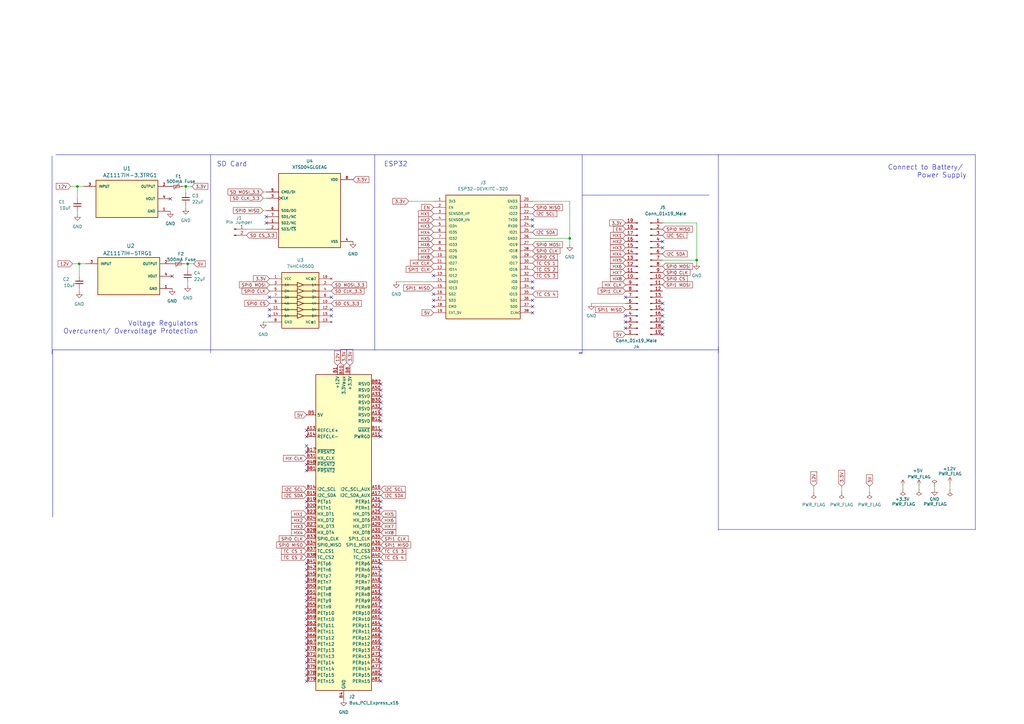
<source format=kicad_sch>
(kicad_sch (version 20230121) (generator eeschema)
  (paper "A3")
  (lib_symbols
    (symbol "AZ1117IH-3.3TRG1:AZ1117IH-3.3TRG1" (pin_names (offset 1.016))
      (property "Reference" "U" (at -12.7 8.128 0))
      (property "Value" "AZ1117IH-3.3TRG1" (at -12.7 -10.16 0))
      (symbol "AZ1117IH-3.3TRG1_0_0"
        (pin power_in line (at 17.78 -5.08 180) (length 5.08) (name "GND") (number "1"))
        (pin output line (at 17.78 5.08 180) (length 5.08) (name "OUTPUT") (number "2"))
        (pin input line (at -17.78 5.08 0) (length 5.08) (name "INPUT") (number "3"))
        (pin output line (at 17.78 0 180) (length 5.08) (name "VOUT") (number "4"))
      )
    )
    (symbol "Buf_74HC4050D:74HC4050D" (pin_names (offset 1.016))
      (property "Reference" "U" (at -7.38 11.9607 0))
      (property "Value" "74HC4050D" (at -7.6329 -13.7392 0))
      (symbol "74HC4050D_0_0"
        (pin power_in line (at -12.7 8.89 0) (length 5.08) (name "VCC") (number "1"))
        (pin output line (at 12.7 -1.27 180) (length 5.08) (name "4Y") (number "10"))
        (pin input line (at -12.7 -3.81 0) (length 5.08) (name "5A") (number "11"))
        (pin output line (at 12.7 -3.81 180) (length 5.08) (name "5Y") (number "12"))
        (pin no_connect line (at 12.7 -8.89 180) (length 5.08) (name "NC@1") (number "13"))
        (pin input line (at -12.7 -6.35 0) (length 5.08) (name "6A") (number "14"))
        (pin output line (at 12.7 -6.35 180) (length 5.08) (name "6Y") (number "15"))
        (pin no_connect line (at 12.7 8.89 180) (length 5.08) (name "NC@2") (number "16"))
        (pin output line (at 12.7 6.35 180) (length 5.08) (name "1Y") (number "2"))
        (pin input line (at -12.7 6.35 0) (length 5.08) (name "1A") (number "3"))
        (pin output line (at 12.7 3.81 180) (length 5.08) (name "2Y") (number "4"))
        (pin input line (at -12.7 3.81 0) (length 5.08) (name "2A") (number "5"))
        (pin output line (at 12.7 1.27 180) (length 5.08) (name "3Y") (number "6"))
        (pin input line (at -12.7 1.27 0) (length 5.08) (name "3A") (number "7"))
        (pin power_in line (at -12.7 -8.89 0) (length 5.08) (name "GND") (number "8"))
        (pin input line (at -12.7 -1.27 0) (length 5.08) (name "4A") (number "9"))
      )
    )
    (symbol "Connector:Conn_01x02_Male" (pin_names (offset 1.016) hide)
      (property "Reference" "J" (at 0 2.54 0))
      (property "Value" "Conn_01x02_Male" (at 0 -5.08 0))
      (symbol "Conn_01x02_Male_1_1"
        (pin passive line (at 5.08 0 180) (length 3.81) (name "Pin_1") (number "1"))
        (pin passive line (at 5.08 -2.54 180) (length 3.81) (name "Pin_2") (number "2"))
      )
    )
    (symbol "Connector:Conn_01x19_Male" (pin_names (offset 1.016) hide)
      (property "Reference" "J" (at 0 25.4 0))
      (property "Value" "Conn_01x19_Male" (at 0 -25.4 0))
      (symbol "Conn_01x19_Male_1_1"
        (pin passive line (at 5.08 22.86 180) (length 3.81) (name "Pin_1") (number "1"))
        (pin passive line (at 5.08 0 180) (length 3.81) (name "Pin_10") (number "10"))
        (pin passive line (at 5.08 -2.54 180) (length 3.81) (name "Pin_11") (number "11"))
        (pin passive line (at 5.08 -5.08 180) (length 3.81) (name "Pin_12") (number "12"))
        (pin passive line (at 5.08 -7.62 180) (length 3.81) (name "Pin_13") (number "13"))
        (pin passive line (at 5.08 -10.16 180) (length 3.81) (name "Pin_14") (number "14"))
        (pin passive line (at 5.08 -12.7 180) (length 3.81) (name "Pin_15") (number "15"))
        (pin passive line (at 5.08 -15.24 180) (length 3.81) (name "Pin_16") (number "16"))
        (pin passive line (at 5.08 -17.78 180) (length 3.81) (name "Pin_17") (number "17"))
        (pin passive line (at 5.08 -20.32 180) (length 3.81) (name "Pin_18") (number "18"))
        (pin passive line (at 5.08 -22.86 180) (length 3.81) (name "Pin_19") (number "19"))
        (pin passive line (at 5.08 20.32 180) (length 3.81) (name "Pin_2") (number "2"))
        (pin passive line (at 5.08 17.78 180) (length 3.81) (name "Pin_3") (number "3"))
        (pin passive line (at 5.08 15.24 180) (length 3.81) (name "Pin_4") (number "4"))
        (pin passive line (at 5.08 12.7 180) (length 3.81) (name "Pin_5") (number "5"))
        (pin passive line (at 5.08 10.16 180) (length 3.81) (name "Pin_6") (number "6"))
        (pin passive line (at 5.08 7.62 180) (length 3.81) (name "Pin_7") (number "7"))
        (pin passive line (at 5.08 5.08 180) (length 3.81) (name "Pin_8") (number "8"))
        (pin passive line (at 5.08 2.54 180) (length 3.81) (name "Pin_9") (number "9"))
      )
    )
    (symbol "Device:C_Small" (pin_numbers hide) (pin_names (offset 0.254) hide)
      (property "Reference" "C" (at 0.254 1.778 0))
      (property "Value" "C_Small" (at 0.254 -2.032 0))
      (symbol "C_Small_1_1"
        (pin passive line (at 0 2.54 270) (length 2.032) (name "~") (number "1"))
        (pin passive line (at 0 -2.54 90) (length 2.032) (name "~") (number "2"))
      )
    )
    (symbol "Device:Polyfuse_Small" (pin_numbers hide) (pin_names (offset 0))
      (property "Reference" "F" (at -1.905 0 90))
      (property "Value" "Polyfuse_Small" (at 1.905 0 90))
      (symbol "Polyfuse_Small_1_1"
        (pin passive line (at 0 2.54 270) (length 0.635) (name "~") (number "1"))
        (pin passive line (at 0 -2.54 90) (length 0.635) (name "~") (number "2"))
      )
    )
    (symbol "ESP32:ESP32-DEVKITC-32D" (pin_names (offset 1.016))
      (property "Reference" "U" (at -15.2654 26.0604 0))
      (property "Value" "ESP32-DEVKITC-32D" (at -15.2654 -27.9654 0))
      (symbol "ESP32-DEVKITC-32D_0_0"
        (pin power_in line (at -20.32 22.86 0) (length 5.08) (name "3V3") (number "1"))
        (pin bidirectional line (at -20.32 0 0) (length 5.08) (name "IO26") (number "10"))
        (pin bidirectional line (at -20.32 -2.54 0) (length 5.08) (name "IO27") (number "11"))
        (pin bidirectional line (at -20.32 -5.08 0) (length 5.08) (name "IO14") (number "12"))
        (pin bidirectional line (at -20.32 -7.62 0) (length 5.08) (name "IO12") (number "13"))
        (pin power_in line (at -20.32 -10.16 0) (length 5.08) (name "GND1") (number "14"))
        (pin bidirectional line (at -20.32 -12.7 0) (length 5.08) (name "IO13") (number "15"))
        (pin bidirectional line (at -20.32 -15.24 0) (length 5.08) (name "SD2") (number "16"))
        (pin bidirectional line (at -20.32 -17.78 0) (length 5.08) (name "SD3") (number "17"))
        (pin bidirectional line (at -20.32 -20.32 0) (length 5.08) (name "CMD") (number "18"))
        (pin power_in line (at -20.32 -22.86 0) (length 5.08) (name "EXT_5V") (number "19"))
        (pin input line (at -20.32 20.32 0) (length 5.08) (name "EN") (number "2"))
        (pin power_in line (at 20.32 22.86 180) (length 5.08) (name "GND3") (number "20"))
        (pin bidirectional line (at 20.32 20.32 180) (length 5.08) (name "IO23") (number "21"))
        (pin bidirectional line (at 20.32 17.78 180) (length 5.08) (name "IO22") (number "22"))
        (pin output line (at 20.32 15.24 180) (length 5.08) (name "TXD0") (number "23"))
        (pin input line (at 20.32 12.7 180) (length 5.08) (name "RXD0") (number "24"))
        (pin bidirectional line (at 20.32 10.16 180) (length 5.08) (name "IO21") (number "25"))
        (pin power_in line (at 20.32 7.62 180) (length 5.08) (name "GND2") (number "26"))
        (pin bidirectional line (at 20.32 5.08 180) (length 5.08) (name "IO19") (number "27"))
        (pin bidirectional line (at 20.32 2.54 180) (length 5.08) (name "IO18") (number "28"))
        (pin bidirectional line (at 20.32 0 180) (length 5.08) (name "IO5") (number "29"))
        (pin input line (at -20.32 17.78 0) (length 5.08) (name "SENSOR_VP") (number "3"))
        (pin bidirectional line (at 20.32 -2.54 180) (length 5.08) (name "IO17") (number "30"))
        (pin bidirectional line (at 20.32 -5.08 180) (length 5.08) (name "IO16") (number "31"))
        (pin bidirectional line (at 20.32 -7.62 180) (length 5.08) (name "IO4") (number "32"))
        (pin bidirectional line (at 20.32 -10.16 180) (length 5.08) (name "IO0") (number "33"))
        (pin bidirectional line (at 20.32 -12.7 180) (length 5.08) (name "IO2") (number "34"))
        (pin bidirectional line (at 20.32 -15.24 180) (length 5.08) (name "IO15") (number "35"))
        (pin bidirectional line (at 20.32 -17.78 180) (length 5.08) (name "SD1") (number "36"))
        (pin bidirectional line (at 20.32 -20.32 180) (length 5.08) (name "SD0") (number "37"))
        (pin input clock (at 20.32 -22.86 180) (length 5.08) (name "CLK") (number "38"))
        (pin input line (at -20.32 15.24 0) (length 5.08) (name "SENSOR_VN") (number "4"))
        (pin bidirectional line (at -20.32 12.7 0) (length 5.08) (name "IO34") (number "5"))
        (pin bidirectional line (at -20.32 10.16 0) (length 5.08) (name "IO35") (number "6"))
        (pin bidirectional line (at -20.32 7.62 0) (length 5.08) (name "IO32") (number "7"))
        (pin bidirectional line (at -20.32 5.08 0) (length 5.08) (name "IO33") (number "8"))
        (pin bidirectional line (at -20.32 2.54 0) (length 5.08) (name "IO25") (number "9"))
      )
    )
    (symbol "GND_1" (power) (pin_names (offset 0))
      (property "Value" "GND_1" (at 0 -3.81 0))
      (symbol "GND_1_1_1"
        (pin power_in line (at 0 0 270) (length 0) hide (name "GND") (number "1"))
      )
    )
    (symbol "GND_10" (power) (pin_names (offset 0))
      (property "Value" "GND_10" (at 0 -3.81 0))
      (symbol "GND_10_1_1"
        (pin power_in line (at 0 0 270) (length 0) hide (name "GND") (number "1"))
      )
    )
    (symbol "GND_11" (power) (pin_names (offset 0))
      (property "Value" "GND_11" (at 0 -3.81 0))
      (symbol "GND_11_1_1"
        (pin power_in line (at 0 0 270) (length 0) hide (name "GND") (number "1"))
      )
    )
    (symbol "GND_12" (power) (pin_names (offset 0))
      (property "Value" "GND_12" (at 0 -3.81 0))
      (symbol "GND_12_1_1"
        (pin power_in line (at 0 0 270) (length 0) hide (name "GND") (number "1"))
      )
    )
    (symbol "GND_13" (power) (pin_names (offset 0))
      (property "Value" "GND_13" (at 0 -3.81 0))
      (symbol "GND_13_1_1"
        (pin power_in line (at 0 0 270) (length 0) hide (name "GND") (number "1"))
      )
    )
    (symbol "GND_2" (power) (pin_names (offset 0))
      (property "Value" "GND_2" (at 0 -3.81 0))
      (symbol "GND_2_1_1"
        (pin power_in line (at 0 0 270) (length 0) hide (name "GND") (number "1"))
      )
    )
    (symbol "GND_3" (power) (pin_names (offset 0))
      (property "Value" "GND_3" (at 0 -3.81 0))
      (symbol "GND_3_1_1"
        (pin power_in line (at 0 0 270) (length 0) hide (name "GND") (number "1"))
      )
    )
    (symbol "GND_4" (power) (pin_names (offset 0))
      (property "Value" "GND_4" (at 0 -3.81 0))
      (symbol "GND_4_1_1"
        (pin power_in line (at 0 0 270) (length 0) hide (name "GND") (number "1"))
      )
    )
    (symbol "GND_5" (power) (pin_names (offset 0))
      (property "Value" "GND_5" (at 0 -3.81 0))
      (symbol "GND_5_1_1"
        (pin power_in line (at 0 0 270) (length 0) hide (name "GND") (number "1"))
      )
    )
    (symbol "GND_6" (power) (pin_names (offset 0))
      (property "Value" "GND_6" (at 0 -3.81 0))
      (symbol "GND_6_1_1"
        (pin power_in line (at 0 0 270) (length 0) hide (name "GND") (number "1"))
      )
    )
    (symbol "GND_7" (power) (pin_names (offset 0))
      (property "Value" "GND_7" (at 0 -3.81 0))
      (symbol "GND_7_1_1"
        (pin power_in line (at 0 0 270) (length 0) hide (name "GND") (number "1"))
      )
    )
    (symbol "GND_8" (power) (pin_names (offset 0))
      (property "Value" "GND_8" (at 0 -3.81 0))
      (symbol "GND_8_1_1"
        (pin power_in line (at 0 0 270) (length 0) hide (name "GND") (number "1"))
      )
    )
    (symbol "GND_9" (power) (pin_names (offset 0))
      (property "Value" "GND_9" (at 0 -3.81 0))
      (symbol "GND_9_1_1"
        (pin power_in line (at 0 0 270) (length 0) hide (name "GND") (number "1"))
      )
    )
    (symbol "PCIe_16x_DAQ:PCIe_x16"
      (property "Reference" "J4" (at 2.1941 -67.31 0))
      (property "Value" "PCIe_x16" (at 2.1941 -69.85 0))
      (symbol "PCIe_x16_1_1"
        (pin passive line (at -2.54 72.39 270) (length 3.81) hide (name "+12V") (number "A1"))
        (pin passive line (at 0 72.39 270) (length 3.81) hide (name "3.3VAux") (number "A10"))
        (pin input line (at 15.24 43.18 180) (length 3.81) (name "PWRGD") (number "A11"))
        (pin passive line (at 0 -64.77 90) (length 3.81) hide (name "GND") (number "A12"))
        (pin input line (at -15.24 45.72 0) (length 3.81) (name "REFCLK+") (number "A13"))
        (pin input line (at -15.24 43.18 0) (length 3.81) (name "REFCLK-") (number "A14"))
        (pin passive line (at 0 -64.77 90) (length 3.81) hide (name "GND") (number "A15"))
        (pin output line (at 15.24 21.59 180) (length 3.81) (name "I2C_SCL_AUX") (number "A16"))
        (pin output line (at 15.24 19.05 180) (length 3.81) (name "I2C_SDA_AUX") (number "A17"))
        (pin passive line (at 0 -64.77 90) (length 3.81) hide (name "GND") (number "A18"))
        (pin passive line (at 15.24 52.07 180) (length 3.81) (name "RSVD") (number "A19"))
        (pin passive line (at -2.54 72.39 270) (length 3.81) hide (name "+12V") (number "A2"))
        (pin passive line (at 0 -64.77 90) (length 3.81) hide (name "GND") (number "A20"))
        (pin output line (at 15.24 16.51 180) (length 3.81) (name "PERp1") (number "A21"))
        (pin output line (at 15.24 13.97 180) (length 3.81) (name "PERn1") (number "A22"))
        (pin passive line (at 0 -64.77 90) (length 3.81) hide (name "GND") (number "A23"))
        (pin passive line (at 0 -64.77 90) (length 3.81) hide (name "GND") (number "A24"))
        (pin output line (at 15.24 11.43 180) (length 3.81) (name "HX_DT5") (number "A25"))
        (pin output line (at 15.24 8.89 180) (length 3.81) (name "HX_DT6") (number "A26"))
        (pin passive line (at 0 -64.77 90) (length 3.81) hide (name "GND") (number "A27"))
        (pin passive line (at 0 -64.77 90) (length 3.81) hide (name "GND") (number "A28"))
        (pin output line (at 15.24 6.35 180) (length 3.81) (name "HX_DT7") (number "A29"))
        (pin passive line (at -2.54 72.39 270) (length 3.81) hide (name "+12V") (number "A3"))
        (pin output line (at 15.24 3.81 180) (length 3.81) (name "HX_DT8") (number "A30"))
        (pin passive line (at 0 -64.77 90) (length 3.81) hide (name "GND") (number "A31"))
        (pin passive line (at 15.24 54.61 180) (length 3.81) (name "RSVD") (number "A32"))
        (pin passive line (at 15.24 59.69 180) (length 3.81) (name "RSVD") (number "A33"))
        (pin passive line (at 0 -64.77 90) (length 3.81) hide (name "GND") (number "A34"))
        (pin output line (at 15.24 1.27 180) (length 3.81) (name "SPI1_CLK") (number "A35"))
        (pin output line (at 15.24 -1.27 180) (length 3.81) (name "SPI1_MISO") (number "A36"))
        (pin passive line (at 0 -64.77 90) (length 3.81) hide (name "GND") (number "A37"))
        (pin passive line (at 0 -64.77 90) (length 3.81) hide (name "GND") (number "A38"))
        (pin output line (at 15.24 -3.81 180) (length 3.81) (name "TC_CS3") (number "A39"))
        (pin passive line (at 0 -64.77 90) (length 3.81) hide (name "GND") (number "A4"))
        (pin output line (at 15.24 -6.35 180) (length 3.81) (name "TC_CS4") (number "A40"))
        (pin passive line (at 0 -64.77 90) (length 3.81) hide (name "GND") (number "A41"))
        (pin passive line (at 0 -64.77 90) (length 3.81) hide (name "GND") (number "A42"))
        (pin output line (at 15.24 -8.89 180) (length 3.81) (name "PERp6") (number "A43"))
        (pin output line (at 15.24 -11.43 180) (length 3.81) (name "PERn6") (number "A44"))
        (pin passive line (at 0 -64.77 90) (length 3.81) hide (name "GND") (number "A45"))
        (pin passive line (at 0 -64.77 90) (length 3.81) hide (name "GND") (number "A46"))
        (pin output line (at 15.24 -13.97 180) (length 3.81) (name "PERp7") (number "A47"))
        (pin output line (at 15.24 -16.51 180) (length 3.81) (name "PERn7") (number "A48"))
        (pin passive line (at 0 -64.77 90) (length 3.81) hide (name "GND") (number "A49"))
        (pin passive line (at -15.24 52.07 0) (length 3.81) hide (name "5V") (number "A5"))
        (pin passive line (at 15.24 62.23 180) (length 3.81) (name "RSVD") (number "A50"))
        (pin passive line (at 0 -64.77 90) (length 3.81) hide (name "GND") (number "A51"))
        (pin output line (at 15.24 -19.05 180) (length 3.81) (name "PERp8") (number "A52"))
        (pin output line (at 15.24 -21.59 180) (length 3.81) (name "PERn8") (number "A53"))
        (pin passive line (at 0 -64.77 90) (length 3.81) hide (name "GND") (number "A54"))
        (pin passive line (at 0 -64.77 90) (length 3.81) hide (name "GND") (number "A55"))
        (pin output line (at 15.24 -24.13 180) (length 3.81) (name "PERp9") (number "A56"))
        (pin output line (at 15.24 -26.67 180) (length 3.81) (name "PERn9") (number "A57"))
        (pin passive line (at 0 -64.77 90) (length 3.81) hide (name "GND") (number "A58"))
        (pin passive line (at 0 -64.77 90) (length 3.81) hide (name "GND") (number "A59"))
        (pin passive line (at -15.24 52.07 0) (length 3.81) hide (name "5V") (number "A6"))
        (pin output line (at 15.24 -29.21 180) (length 3.81) (name "PERp10") (number "A60"))
        (pin output line (at 15.24 -31.75 180) (length 3.81) (name "PERn10") (number "A61"))
        (pin passive line (at 0 -64.77 90) (length 3.81) hide (name "GND") (number "A62"))
        (pin passive line (at 0 -64.77 90) (length 3.81) hide (name "GND") (number "A63"))
        (pin output line (at 15.24 -34.29 180) (length 3.81) (name "PERp11") (number "A64"))
        (pin output line (at 15.24 -36.83 180) (length 3.81) (name "PERn11") (number "A65"))
        (pin passive line (at 0 -64.77 90) (length 3.81) hide (name "GND") (number "A66"))
        (pin passive line (at 0 -64.77 90) (length 3.81) hide (name "GND") (number "A67"))
        (pin output line (at 15.24 -39.37 180) (length 3.81) (name "PERp12") (number "A68"))
        (pin output line (at 15.24 -41.91 180) (length 3.81) (name "PERn12") (number "A69"))
        (pin passive line (at 0 -64.77 90) (length 3.81) hide (name "GND") (number "A7"))
        (pin passive line (at 0 -64.77 90) (length 3.81) hide (name "GND") (number "A70"))
        (pin passive line (at 0 -64.77 90) (length 3.81) hide (name "GND") (number "A71"))
        (pin output line (at 15.24 -44.45 180) (length 3.81) (name "PERp13") (number "A72"))
        (pin output line (at 15.24 -46.99 180) (length 3.81) (name "PERn13") (number "A73"))
        (pin passive line (at 0 -64.77 90) (length 3.81) hide (name "GND") (number "A74"))
        (pin passive line (at 0 -64.77 90) (length 3.81) hide (name "GND") (number "A75"))
        (pin output line (at 15.24 -49.53 180) (length 3.81) (name "PERp14") (number "A76"))
        (pin output line (at 15.24 -52.07 180) (length 3.81) (name "PERn14") (number "A77"))
        (pin passive line (at 0 -64.77 90) (length 3.81) hide (name "GND") (number "A78"))
        (pin passive line (at 0 -64.77 90) (length 3.81) hide (name "GND") (number "A79"))
        (pin passive line (at 2.54 72.39 270) (length 3.81) hide (name "3.3V") (number "A8"))
        (pin output line (at 15.24 -54.61 180) (length 3.81) (name "PERp15") (number "A80"))
        (pin output line (at 15.24 -57.15 180) (length 3.81) (name "PERn15") (number "A81"))
        (pin passive line (at 0 -64.77 90) (length 3.81) hide (name "GND") (number "A82"))
        (pin passive line (at 2.54 72.39 270) (length 3.81) hide (name "+3.3V") (number "A9"))
        (pin power_in line (at -2.54 72.39 270) (length 3.81) (name "+12V") (number "B1"))
        (pin power_in line (at 0 72.39 270) (length 3.81) (name "3.3Vaux") (number "B10"))
        (pin open_collector line (at 15.24 45.72 180) (length 3.81) (name "~{WAKE}") (number "B11"))
        (pin passive line (at 15.24 49.53 180) (length 3.81) (name "RSVD") (number "B12"))
        (pin passive line (at 0 -64.77 90) (length 3.81) hide (name "GND") (number "B13"))
        (pin input line (at -15.24 21.59 0) (length 3.81) (name "I2C_SCL") (number "B14"))
        (pin input line (at -15.24 19.05 0) (length 3.81) (name "I2C_SDA") (number "B15"))
        (pin passive line (at 0 -64.77 90) (length 3.81) hide (name "GND") (number "B16"))
        (pin passive line (at -15.24 36.83 0) (length 3.81) (name "~{PRSNT2}") (number "B17"))
        (pin passive line (at 0 -64.77 90) (length 3.81) hide (name "GND") (number "B18"))
        (pin input line (at -15.24 16.51 0) (length 3.81) (name "PETp1") (number "B19"))
        (pin passive line (at -2.54 72.39 270) (length 3.81) hide (name "+12V") (number "B2"))
        (pin input line (at -15.24 13.97 0) (length 3.81) (name "PETn1") (number "B20"))
        (pin passive line (at 0 -64.77 90) (length 3.81) hide (name "GND") (number "B21"))
        (pin passive line (at 0 -64.77 90) (length 3.81) hide (name "GND") (number "B22"))
        (pin input line (at -15.24 11.43 0) (length 3.81) (name "HX_DT1") (number "B23"))
        (pin input line (at -15.24 8.89 0) (length 3.81) (name "HX_DT2") (number "B24"))
        (pin passive line (at 0 -64.77 90) (length 3.81) hide (name "GND") (number "B25"))
        (pin passive line (at 0 -64.77 90) (length 3.81) hide (name "GND") (number "B26"))
        (pin input line (at -15.24 6.35 0) (length 3.81) (name "HX_DT3") (number "B27"))
        (pin input line (at -15.24 3.81 0) (length 3.81) (name "HX_DT4") (number "B28"))
        (pin passive line (at 0 -64.77 90) (length 3.81) hide (name "GND") (number "B29"))
        (pin passive line (at -2.54 72.39 270) (length 3.81) hide (name "+12V") (number "B3"))
        (pin passive line (at 15.24 57.15 180) (length 3.81) (name "RSVD") (number "B30"))
        (pin passive line (at -15.24 34.29 0) (length 3.81) (name "HX_CLK") (number "B31"))
        (pin passive line (at 0 -64.77 90) (length 3.81) hide (name "GND") (number "B32"))
        (pin input line (at -15.24 1.27 0) (length 3.81) (name "SPI0_CLK") (number "B33"))
        (pin input line (at -15.24 -1.27 0) (length 3.81) (name "SPI0_MISO") (number "B34"))
        (pin passive line (at 0 -64.77 90) (length 3.81) hide (name "GND") (number "B35"))
        (pin passive line (at 0 -64.77 90) (length 3.81) hide (name "GND") (number "B36"))
        (pin input line (at -15.24 -3.81 0) (length 3.81) (name "TC_CS1") (number "B37"))
        (pin input line (at -15.24 -6.35 0) (length 3.81) (name "TC_CS2") (number "B38"))
        (pin passive line (at 0 -64.77 90) (length 3.81) hide (name "GND") (number "B39"))
        (pin power_in line (at 0 -64.77 90) (length 3.81) (name "GND") (number "B4"))
        (pin passive line (at 0 -64.77 90) (length 3.81) hide (name "GND") (number "B40"))
        (pin input line (at -15.24 -8.89 0) (length 3.81) (name "PETp6") (number "B41"))
        (pin input line (at -15.24 -11.43 0) (length 3.81) (name "PETn6") (number "B42"))
        (pin passive line (at 0 -64.77 90) (length 3.81) hide (name "GND") (number "B43"))
        (pin passive line (at 0 -64.77 90) (length 3.81) hide (name "GND") (number "B44"))
        (pin input line (at -15.24 -13.97 0) (length 3.81) (name "PETp7") (number "B45"))
        (pin input line (at -15.24 -16.51 0) (length 3.81) (name "PETn7") (number "B46"))
        (pin passive line (at 0 -64.77 90) (length 3.81) hide (name "GND") (number "B47"))
        (pin passive line (at -15.24 31.75 0) (length 3.81) (name "~{PRSNT2}") (number "B48"))
        (pin passive line (at 0 -64.77 90) (length 3.81) hide (name "GND") (number "B49"))
        (pin power_in line (at -15.24 52.07 0) (length 3.81) (name "5V") (number "B5"))
        (pin input line (at -15.24 -19.05 0) (length 3.81) (name "PETp8") (number "B50"))
        (pin input line (at -15.24 -21.59 0) (length 3.81) (name "PETn8") (number "B51"))
        (pin passive line (at 0 -64.77 90) (length 3.81) hide (name "GND") (number "B52"))
        (pin passive line (at 0 -64.77 90) (length 3.81) hide (name "GND") (number "B53"))
        (pin input line (at -15.24 -24.13 0) (length 3.81) (name "PETp9") (number "B54"))
        (pin input line (at -15.24 -26.67 0) (length 3.81) (name "PETn9") (number "B55"))
        (pin passive line (at 0 -64.77 90) (length 3.81) hide (name "GND") (number "B56"))
        (pin passive line (at 0 -64.77 90) (length 3.81) hide (name "GND") (number "B57"))
        (pin input line (at -15.24 -29.21 0) (length 3.81) (name "PETp10") (number "B58"))
        (pin input line (at -15.24 -31.75 0) (length 3.81) (name "PETn10") (number "B59"))
        (pin passive line (at -15.24 52.07 0) (length 3.81) hide (name "5V") (number "B6"))
        (pin passive line (at 0 -64.77 90) (length 3.81) hide (name "GND") (number "B60"))
        (pin passive line (at 0 -64.77 90) (length 3.81) hide (name "GND") (number "B61"))
        (pin input line (at -15.24 -34.29 0) (length 3.81) (name "PETp11") (number "B62"))
        (pin input line (at -15.24 -36.83 0) (length 3.81) (name "PETn11") (number "B63"))
        (pin passive line (at 0 -64.77 90) (length 3.81) hide (name "GND") (number "B64"))
        (pin passive line (at 0 -64.77 90) (length 3.81) hide (name "GND") (number "B65"))
        (pin input line (at -15.24 -39.37 0) (length 3.81) (name "PETp12") (number "B66"))
        (pin input line (at -15.24 -41.91 0) (length 3.81) (name "PETn12") (number "B67"))
        (pin passive line (at 0 -64.77 90) (length 3.81) hide (name "GND") (number "B68"))
        (pin passive line (at 0 -64.77 90) (length 3.81) hide (name "GND") (number "B69"))
        (pin passive line (at 0 -64.77 90) (length 3.81) hide (name "GND") (number "B7"))
        (pin input line (at -15.24 -44.45 0) (length 3.81) (name "PETp13") (number "B70"))
        (pin input line (at -15.24 -46.99 0) (length 3.81) (name "PETn13") (number "B71"))
        (pin passive line (at 0 -64.77 90) (length 3.81) hide (name "GND") (number "B72"))
        (pin passive line (at 0 -64.77 90) (length 3.81) hide (name "GND") (number "B73"))
        (pin input line (at -15.24 -49.53 0) (length 3.81) (name "PETp14") (number "B74"))
        (pin input line (at -15.24 -52.07 0) (length 3.81) (name "PETn14") (number "B75"))
        (pin passive line (at 0 -64.77 90) (length 3.81) hide (name "GND") (number "B76"))
        (pin passive line (at 0 -64.77 90) (length 3.81) hide (name "GND") (number "B77"))
        (pin input line (at -15.24 -54.61 0) (length 3.81) (name "PETp15") (number "B78"))
        (pin input line (at -15.24 -57.15 0) (length 3.81) (name "PETn15") (number "B79"))
        (pin power_in line (at 2.54 72.39 270) (length 3.81) (name "+3.3V") (number "B8"))
        (pin passive line (at 0 -64.77 90) (length 3.81) hide (name "GND") (number "B80"))
        (pin passive line (at -15.24 29.21 0) (length 3.81) (name "~{PRSNT2}") (number "B81"))
        (pin passive line (at 15.24 64.77 180) (length 3.81) (name "RSVD") (number "B82"))
        (pin passive line (at 2.54 72.39 270) (length 3.81) hide (name "3.3V") (number "B9"))
      )
    )
    (symbol "XTSD_NAND:XTSD04GLGEAG" (pin_names (offset 1.016))
      (property "Reference" "U" (at -12.7 16.002 0))
      (property "Value" "XTSD04GLGEAG" (at -12.7 -17.78 0))
      (symbol "XTSD04GLGEAG_0_0"
        (pin bidirectional line (at -17.78 -5.08 0) (length 5.08) (name "SD2/NC") (number "1"))
        (pin bidirectional line (at -17.78 -7.62 0) (length 5.08) (name "SD3/~{CS}") (number "2"))
        (pin input clock (at -17.78 5.08 0) (length 5.08) (name "CLK") (number "3"))
        (pin power_in line (at 17.78 -12.7 180) (length 5.08) (name "VSS") (number "4"))
        (pin input line (at -17.78 7.62 0) (length 5.08) (name "CMD/DI") (number "5"))
        (pin bidirectional line (at -17.78 0 0) (length 5.08) (name "SD0/DO") (number "6"))
        (pin bidirectional line (at -17.78 -2.54 0) (length 5.08) (name "SD1/NC") (number "7"))
        (pin power_in line (at 17.78 12.7 180) (length 5.08) (name "VDD") (number "8"))
      )
    )
    (symbol "power:+12V" (power) (pin_names (offset 0))
      (property "Value" "+12V" (at 0 3.556 0))
      (symbol "+12V_1_1"
        (pin power_in line (at 0 0 90) (length 0) hide (name "+12V") (number "1"))
      )
    )
    (symbol "power:+3.3V" (power) (pin_names (offset 0))
      (property "Value" "+3.3V" (at 0 3.556 0))
      (symbol "+3.3V_1_1"
        (pin power_in line (at 0 0 90) (length 0) hide (name "+3.3V") (number "1"))
      )
    )
    (symbol "power:+5V" (power) (pin_names (offset 0))
      (property "Value" "+5V" (at 0 3.556 0))
      (symbol "+5V_1_1"
        (pin power_in line (at 0 0 90) (length 0) hide (name "+5V") (number "1"))
      )
    )
    (symbol "power:GND" (power) (pin_names (offset 0))
      (property "Value" "GND" (at 0 -3.81 0))
      (symbol "GND_1_1"
        (pin power_in line (at 0 0 270) (length 0) hide (name "GND") (number "1"))
      )
    )
    (symbol "power:PWR_FLAG" (power) (pin_numbers hide) (pin_names (offset 0) hide)
      (property "Value" "PWR_FLAG" (at 0 3.81 0))
      (symbol "PWR_FLAG_0_0"
        (pin power_out line (at 0 0 90) (length 0) (name "pwr") (number "1"))
      )
    )
  )
  (junction (at 31.75 76.454))
  (junction (at 32.512 108.204))
  (junction (at 76.962 108.204))
  (junction (at 285.75 106.68))
  (junction (at 233.68 97.79))
  (junction (at 76.2 76.454))
  (no_connect (at 125.73 254))
  (no_connect (at 271.78 99.06))
  (no_connect (at 256.54 134.62))
  (no_connect (at 135.89 121.92))
  (no_connect (at 125.73 231.14))
  (no_connect (at 156.21 264.16))
  (no_connect (at 125.73 193.04))
  (no_connect (at 256.54 132.08))
  (no_connect (at 125.73 233.68))
  (no_connect (at 271.78 129.54))
  (no_connect (at 271.78 101.6))
  (no_connect (at 177.8 125.73))
  (no_connect (at 125.73 269.24))
  (no_connect (at 156.21 269.24))
  (no_connect (at 125.73 205.74))
  (no_connect (at 256.54 121.92))
  (no_connect (at 156.21 167.64))
  (no_connect (at 218.44 128.27))
  (no_connect (at 156.21 236.22))
  (no_connect (at 218.44 90.17))
  (no_connect (at 125.73 238.76))
  (no_connect (at 156.21 256.54))
  (no_connect (at 125.73 208.28))
  (no_connect (at 218.44 92.71))
  (no_connect (at 156.21 251.46))
  (no_connect (at 156.21 172.72))
  (no_connect (at 135.89 127))
  (no_connect (at 156.21 279.4))
  (no_connect (at 271.78 134.62))
  (no_connect (at 125.73 236.22))
  (no_connect (at 125.73 266.7))
  (no_connect (at 218.44 125.73))
  (no_connect (at 125.73 179.07))
  (no_connect (at 125.73 243.84))
  (no_connect (at 156.21 241.3))
  (no_connect (at 156.21 176.53))
  (no_connect (at 156.21 208.28))
  (no_connect (at 177.8 123.19))
  (no_connect (at 110.49 127))
  (no_connect (at 271.78 127))
  (no_connect (at 125.73 248.92))
  (no_connect (at 177.8 113.03))
  (no_connect (at 156.21 179.07))
  (no_connect (at 125.73 251.46))
  (no_connect (at 110.49 129.54))
  (no_connect (at 271.78 124.46))
  (no_connect (at 156.21 248.92))
  (no_connect (at 271.78 132.08))
  (no_connect (at 156.21 271.78))
  (no_connect (at 125.73 190.5))
  (no_connect (at 156.21 205.74))
  (no_connect (at 156.21 162.56))
  (no_connect (at 156.21 170.18))
  (no_connect (at 125.73 274.32))
  (no_connect (at 70.612 113.284))
  (no_connect (at 218.44 123.19))
  (no_connect (at 218.44 118.11))
  (no_connect (at 109.22 88.9))
  (no_connect (at 177.8 120.65))
  (no_connect (at 125.73 271.78))
  (no_connect (at 156.21 246.38))
  (no_connect (at 125.73 246.38))
  (no_connect (at 156.21 254))
  (no_connect (at 156.21 274.32))
  (no_connect (at 156.21 276.86))
  (no_connect (at 156.21 238.76))
  (no_connect (at 218.44 115.57))
  (no_connect (at 156.21 160.02))
  (no_connect (at 110.49 121.92))
  (no_connect (at 156.21 165.1))
  (no_connect (at 156.21 231.14))
  (no_connect (at 125.73 185.42))
  (no_connect (at 156.21 259.08))
  (no_connect (at 125.73 264.16))
  (no_connect (at 109.22 91.44))
  (no_connect (at 125.73 279.4))
  (no_connect (at 125.73 261.62))
  (no_connect (at 135.89 129.54))
  (no_connect (at 125.73 182.88))
  (no_connect (at 156.21 157.48))
  (no_connect (at 156.21 266.7))
  (no_connect (at 156.21 243.84))
  (no_connect (at 125.73 241.3))
  (no_connect (at 125.73 256.54))
  (no_connect (at 125.73 176.53))
  (no_connect (at 156.21 233.68))
  (no_connect (at 125.73 276.86))
  (no_connect (at 69.85 81.534))
  (no_connect (at 271.78 137.16))
  (no_connect (at 156.21 261.62))
  (no_connect (at 256.54 129.54))
  (no_connect (at 125.73 259.08))
  (polyline (pts (xy 238.76 80.01) (xy 290.83 80.01)))
  (polyline (pts (xy 154.94 63.5) (xy 294.64 63.5)))
  (polyline (pts (xy 22.86 63.5) (xy 154.94 63.5)))
  (wire (pts (xy 101.092 93.98) (xy 109.22 93.98)))
  (wire (pts (xy 107.95 78.74) (xy 109.22 78.74)))
  (polyline (pts (xy 21.336 64.008) (xy 21.336 145.288)))
  (wire (pts (xy 271.78 91.44) (xy 285.75 91.44)))
  (polyline (pts (xy 237.49 144.78) (xy 238.76 144.78)))
  (wire (pts (xy 76.2 76.454) (xy 76.2 78.994)))
  (wire (pts (xy 233.68 100.33) (xy 233.68 97.79)))
  (polyline (pts (xy 294.64 63.5) (xy 294.64 144.78)))
  (wire (pts (xy 107.95 86.36) (xy 109.22 86.36)))
  (polyline (pts (xy 238.76 144.78) (xy 237.49 144.78)))
  (polyline (pts (xy 21.59 143.51) (xy 21.59 212.09)))
  (wire (pts (xy 32.512 108.204) (xy 35.052 108.204)))
  (wire (pts (xy 370.332 200.66) (xy 370.332 199.39)))
  (wire (pts (xy 74.93 76.454) (xy 76.2 76.454)))
  (polyline (pts (xy 400.05 217.17) (xy 294.64 217.17)))
  (wire (pts (xy 383.286 199.39) (xy 383.286 200.66)))
  (wire (pts (xy 376.936 200.66) (xy 376.936 199.39)))
  (polyline (pts (xy 294.64 63.5) (xy 400.05 63.5)))
  (wire (pts (xy 32.512 118.364) (xy 32.512 119.634)))
  (wire (pts (xy 107.95 132.08) (xy 110.49 132.08)))
  (wire (pts (xy 218.44 82.55) (xy 233.68 82.55)))
  (wire (pts (xy 242.57 124.46) (xy 256.54 124.46)))
  (wire (pts (xy 333.756 199.39) (xy 333.756 201.93)))
  (wire (pts (xy 345.186 199.39) (xy 345.186 201.93)))
  (polyline (pts (xy 400.05 63.5) (xy 400.05 217.17)))
  (wire (pts (xy 76.962 108.204) (xy 76.962 110.744)))
  (wire (pts (xy 29.718 108.204) (xy 32.512 108.204)))
  (wire (pts (xy 76.962 115.824) (xy 76.962 117.094)))
  (wire (pts (xy 76.962 108.204) (xy 79.502 108.204)))
  (polyline (pts (xy 153.67 63.5) (xy 153.67 143.51)))
  (wire (pts (xy 28.956 76.454) (xy 31.75 76.454)))
  (wire (pts (xy 107.95 81.28) (xy 109.22 81.28)))
  (wire (pts (xy 285.75 91.44) (xy 285.75 106.68)))
  (wire (pts (xy 31.75 86.614) (xy 31.75 87.884)))
  (wire (pts (xy 162.56 115.57) (xy 177.8 115.57)))
  (polyline (pts (xy 294.64 143.51) (xy 153.67 143.51)))
  (polyline (pts (xy 86.36 144.78) (xy 86.36 63.5)))
  (wire (pts (xy 285.75 107.95) (xy 285.75 106.68)))
  (polyline (pts (xy 294.64 217.424) (xy 294.64 142.24)))
  (wire (pts (xy 271.78 106.68) (xy 285.75 106.68)))
  (wire (pts (xy 356.616 199.39) (xy 356.616 201.93)))
  (wire (pts (xy 167.64 82.55) (xy 177.8 82.55)))
  (wire (pts (xy 31.75 76.454) (xy 31.75 81.534)))
  (wire (pts (xy 233.68 82.55) (xy 233.68 97.79)))
  (wire (pts (xy 389.636 198.374) (xy 389.636 200.914)))
  (wire (pts (xy 32.512 108.204) (xy 32.512 113.284)))
  (polyline (pts (xy 238.76 63.5) (xy 238.76 144.78)))
  (wire (pts (xy 218.44 97.79) (xy 233.68 97.79)))
  (wire (pts (xy 76.2 76.454) (xy 78.74 76.454)))
  (wire (pts (xy 31.75 76.454) (xy 34.29 76.454)))
  (polyline (pts (xy 153.67 143.51) (xy 21.59 143.51)))
  (wire (pts (xy 75.692 108.204) (xy 76.962 108.204)))
  (polyline (pts (xy 237.49 144.78) (xy 238.76 144.78)))
  (wire (pts (xy 76.2 84.074) (xy 76.2 85.344)))
  (text "SD Card" (at 88.9 68.58 0) (effects (font (size 2 2)) (justify left bottom)))
  (text "ESP32" (at 157.48 68.58 0) (effects (font (size 2 2)) (justify left bottom)))
  (text "Voltage Regulators\nOvercurrent/ Overvoltage Protection" (at 81.28 137.16 0) (effects (font (size 2 2)) (justify right bottom)))
  (text "Connect to Battery/ \nPower Supply" (at 396.494 73.152 0) (effects (font (size 2 2)) (justify right bottom)))
  (global_label "3.3V" (shape input) (at 167.64 82.55 180) (property "Intersheetrefs" "${INTERSHEET_REFS}" (effects hide)))
  (global_label "TC CS 3" (shape input) (at 156.21 226.06 0) (property "Intersheetrefs" "${INTERSHEET_REFS}" (effects hide)))
  (global_label "5V" (shape input) (at 125.73 170.18 180) (property "Intersheetrefs" "${INTERSHEET_REFS}" (effects hide)))
  (global_label "12V" (shape input) (at 138.43 149.86 90) (property "Intersheetrefs" "${INTERSHEET_REFS}" (effects hide)))
  (global_label "I2C SCL" (shape input) (at 218.44 87.63 0) (property "Intersheetrefs" "${INTERSHEET_REFS}" (effects hide)))
  (global_label "SPI1 CLK" (shape input) (at 156.21 220.98 0) (property "Intersheetrefs" "${INTERSHEET_REFS}" (effects hide)))
  (global_label "HX1" (shape input) (at 177.8 87.63 180) (property "Intersheetrefs" "${INTERSHEET_REFS}" (effects hide)))
  (global_label "TC CS 4" (shape input) (at 218.44 120.65 0) (property "Intersheetrefs" "${INTERSHEET_REFS}" (effects hide)))
  (global_label "TC CS 1" (shape input) (at 125.73 226.06 180) (property "Intersheetrefs" "${INTERSHEET_REFS}" (effects hide)))
  (global_label "3.3V" (shape input) (at 345.186 199.39 90) (property "Intersheetrefs" "${INTERSHEET_REFS}" (effects hide)))
  (global_label "3.3V" (shape input) (at 144.78 73.66 0) (property "Intersheetrefs" "${INTERSHEET_REFS}" (effects hide)))
  (global_label "I2C SDA" (shape input) (at 218.44 95.25 0) (property "Intersheetrefs" "${INTERSHEET_REFS}" (effects hide)))
  (global_label "SD CLK_3.3" (shape input) (at 107.95 81.28 180) (property "Intersheetrefs" "${INTERSHEET_REFS}" (effects hide)))
  (global_label "5V" (shape input) (at 177.8 128.27 180) (property "Intersheetrefs" "${INTERSHEET_REFS}" (effects hide)))
  (global_label "HX4" (shape input) (at 256.54 104.14 180) (property "Intersheetrefs" "${INTERSHEET_REFS}" (effects hide)))
  (global_label "HX7" (shape input) (at 256.54 111.76 180) (property "Intersheetrefs" "${INTERSHEET_REFS}" (effects hide)))
  (global_label "SPI0 MOSI" (shape input) (at 110.49 116.84 180) (property "Intersheetrefs" "${INTERSHEET_REFS}" (effects hide)))
  (global_label "SD MOSI_3.3" (shape input) (at 107.95 78.74 180) (property "Intersheetrefs" "${INTERSHEET_REFS}" (effects hide)))
  (global_label "HX2" (shape input) (at 256.54 99.06 180) (property "Intersheetrefs" "${INTERSHEET_REFS}" (effects hide)))
  (global_label "SPI0 CLK" (shape input) (at 125.73 220.98 180) (property "Intersheetrefs" "${INTERSHEET_REFS}" (effects hide)))
  (global_label "SPI0 MISO" (shape input) (at 271.78 93.98 0) (property "Intersheetrefs" "${INTERSHEET_REFS}" (effects hide)))
  (global_label "HX CLK" (shape input) (at 256.54 116.84 180) (property "Intersheetrefs" "${INTERSHEET_REFS}" (effects hide)))
  (global_label "SD CS_3.3" (shape input) (at 135.89 124.46 0) (property "Intersheetrefs" "${INTERSHEET_REFS}" (effects hide)))
  (global_label "EN" (shape input) (at 256.54 93.98 180) (property "Intersheetrefs" "${INTERSHEET_REFS}" (effects hide)))
  (global_label "HX3" (shape input) (at 125.73 215.9 180) (property "Intersheetrefs" "${INTERSHEET_REFS}" (effects hide)))
  (global_label "SPI0 CLK" (shape input) (at 271.78 111.76 0) (property "Intersheetrefs" "${INTERSHEET_REFS}" (effects hide)))
  (global_label "HX4" (shape input) (at 177.8 95.25 180) (property "Intersheetrefs" "${INTERSHEET_REFS}" (effects hide)))
  (global_label "SPI1 CLK" (shape input) (at 177.8 110.49 180) (property "Intersheetrefs" "${INTERSHEET_REFS}" (effects hide)))
  (global_label "SPI1 MISO" (shape input) (at 177.8 118.11 180) (property "Intersheetrefs" "${INTERSHEET_REFS}" (effects hide)))
  (global_label "SPI0 CS" (shape input) (at 271.78 114.3 0) (property "Intersheetrefs" "${INTERSHEET_REFS}" (effects hide)))
  (global_label "5V" (shape input) (at 256.54 137.16 180) (property "Intersheetrefs" "${INTERSHEET_REFS}" (effects hide)))
  (global_label "HX6" (shape input) (at 256.54 109.22 180) (property "Intersheetrefs" "${INTERSHEET_REFS}" (effects hide)))
  (global_label "SPI0 MISO" (shape input) (at 218.44 85.09 0) (property "Intersheetrefs" "${INTERSHEET_REFS}" (effects hide)))
  (global_label "HX1" (shape input) (at 125.73 210.82 180) (property "Intersheetrefs" "${INTERSHEET_REFS}" (effects hide)))
  (global_label "3.3V" (shape input) (at 140.97 149.86 90) (property "Intersheetrefs" "${INTERSHEET_REFS}" (effects hide)))
  (global_label "HX8" (shape input) (at 156.21 218.44 0) (property "Intersheetrefs" "${INTERSHEET_REFS}" (effects hide)))
  (global_label "HX CLK" (shape input) (at 177.8 107.95 180) (property "Intersheetrefs" "${INTERSHEET_REFS}" (effects hide)))
  (global_label "HX8" (shape input) (at 177.8 105.41 180) (property "Intersheetrefs" "${INTERSHEET_REFS}" (effects hide)))
  (global_label "HX1" (shape input) (at 256.54 96.52 180) (property "Intersheetrefs" "${INTERSHEET_REFS}" (effects hide)))
  (global_label "5V" (shape input) (at 356.616 199.39 90) (property "Intersheetrefs" "${INTERSHEET_REFS}" (effects hide)))
  (global_label "12V" (shape input) (at 28.956 76.454 180) (property "Intersheetrefs" "${INTERSHEET_REFS}" (effects hide)))
  (global_label "HX5" (shape input) (at 256.54 106.68 180) (property "Intersheetrefs" "${INTERSHEET_REFS}" (effects hide)))
  (global_label "SPI0 CLK" (shape input) (at 218.44 102.87 0) (property "Intersheetrefs" "${INTERSHEET_REFS}" (effects hide)))
  (global_label "3.3V" (shape input) (at 256.54 91.44 180) (property "Intersheetrefs" "${INTERSHEET_REFS}" (effects hide)))
  (global_label "HX4" (shape input) (at 125.73 218.44 180) (property "Intersheetrefs" "${INTERSHEET_REFS}" (effects hide)))
  (global_label "12V" (shape input) (at 333.756 199.39 90) (property "Intersheetrefs" "${INTERSHEET_REFS}" (effects hide)))
  (global_label "TC CS 1" (shape input) (at 218.44 107.95 0) (property "Intersheetrefs" "${INTERSHEET_REFS}" (effects hide)))
  (global_label "SPI0 MISO" (shape input) (at 107.95 86.36 180) (property "Intersheetrefs" "${INTERSHEET_REFS}" (effects hide)))
  (global_label "I2C SDA" (shape input) (at 271.78 104.14 0) (property "Intersheetrefs" "${INTERSHEET_REFS}" (effects hide)))
  (global_label "HX3" (shape input) (at 177.8 92.71 180) (property "Intersheetrefs" "${INTERSHEET_REFS}" (effects hide)))
  (global_label "HX6" (shape input) (at 156.21 213.36 0) (property "Intersheetrefs" "${INTERSHEET_REFS}" (effects hide)))
  (global_label "3.3V" (shape input) (at 78.74 76.454 0) (property "Intersheetrefs" "${INTERSHEET_REFS}" (effects hide)))
  (global_label "SPI0 MISO" (shape input) (at 125.73 223.52 180) (property "Intersheetrefs" "${INTERSHEET_REFS}" (effects hide)))
  (global_label "SD MOSI_3.3" (shape input) (at 135.89 116.84 0) (property "Intersheetrefs" "${INTERSHEET_REFS}" (effects hide)))
  (global_label "TC CS 3" (shape input) (at 218.44 113.03 0) (property "Intersheetrefs" "${INTERSHEET_REFS}" (effects hide)))
  (global_label "HX2" (shape input) (at 125.73 213.36 180) (property "Intersheetrefs" "${INTERSHEET_REFS}" (effects hide)))
  (global_label "HX8" (shape input) (at 256.54 114.3 180) (property "Intersheetrefs" "${INTERSHEET_REFS}" (effects hide)))
  (global_label "HX3" (shape input) (at 256.54 101.6 180) (property "Intersheetrefs" "${INTERSHEET_REFS}" (effects hide)))
  (global_label "SPI1 MISO" (shape input) (at 256.54 127 180) (property "Intersheetrefs" "${INTERSHEET_REFS}" (effects hide)))
  (global_label "HX7" (shape input) (at 177.8 102.87 180) (property "Intersheetrefs" "${INTERSHEET_REFS}" (effects hide)))
  (global_label "3.3V" (shape input) (at 143.51 149.86 90) (property "Intersheetrefs" "${INTERSHEET_REFS}" (effects hide)))
  (global_label "HX2" (shape input) (at 177.8 90.17 180) (property "Intersheetrefs" "${INTERSHEET_REFS}" (effects hide)))
  (global_label "I2C SCL" (shape input) (at 125.73 200.66 180) (property "Intersheetrefs" "${INTERSHEET_REFS}" (effects hide)))
  (global_label "TC CS 2" (shape input) (at 218.44 110.49 0) (property "Intersheetrefs" "${INTERSHEET_REFS}" (effects hide)))
  (global_label "SPI0 CS" (shape input) (at 110.49 124.46 180) (property "Intersheetrefs" "${INTERSHEET_REFS}" (effects hide)))
  (global_label "I2C SCL" (shape input) (at 271.78 96.52 0) (property "Intersheetrefs" "${INTERSHEET_REFS}" (effects hide)))
  (global_label "SPI1 CLK" (shape input) (at 256.54 119.38 180) (property "Intersheetrefs" "${INTERSHEET_REFS}" (effects hide)))
  (global_label "SD CLK_3.3" (shape input) (at 135.89 119.38 0) (property "Intersheetrefs" "${INTERSHEET_REFS}" (effects hide)))
  (global_label "3.3V" (shape input) (at 110.49 114.3 180) (property "Intersheetrefs" "${INTERSHEET_REFS}" (effects hide)))
  (global_label "SPI0 MOSI" (shape input) (at 218.44 100.33 0) (property "Intersheetrefs" "${INTERSHEET_REFS}" (effects hide)))
  (global_label "I2C SCL" (shape input) (at 156.21 200.66 0) (property "Intersheetrefs" "${INTERSHEET_REFS}" (effects hide)))
  (global_label "I2C SDA" (shape input) (at 156.21 203.2 0) (property "Intersheetrefs" "${INTERSHEET_REFS}" (effects hide)))
  (global_label "5V" (shape input) (at 79.502 108.204 0) (property "Intersheetrefs" "${INTERSHEET_REFS}" (effects hide)))
  (global_label "SD CS_3.3" (shape input) (at 101.092 96.52 0) (property "Intersheetrefs" "${INTERSHEET_REFS}" (effects hide)))
  (global_label "EN" (shape input) (at 177.8 85.09 180) (property "Intersheetrefs" "${INTERSHEET_REFS}" (effects hide)))
  (global_label "HX5" (shape input) (at 177.8 97.79 180) (property "Intersheetrefs" "${INTERSHEET_REFS}" (effects hide)))
  (global_label "HX7" (shape input) (at 156.21 215.9 0) (property "Intersheetrefs" "${INTERSHEET_REFS}" (effects hide)))
  (global_label "SPI0 MOSI" (shape input) (at 271.78 109.22 0) (property "Intersheetrefs" "${INTERSHEET_REFS}" (effects hide)))
  (global_label "SPI1 MISO" (shape input) (at 156.21 223.52 0) (property "Intersheetrefs" "${INTERSHEET_REFS}" (effects hide)))
  (global_label "SPI0 CLK" (shape input) (at 110.49 119.38 180) (property "Intersheetrefs" "${INTERSHEET_REFS}" (effects hide)))
  (global_label "12V" (shape input) (at 29.718 108.204 180) (property "Intersheetrefs" "${INTERSHEET_REFS}" (effects hide)))
  (global_label "I2C SDA" (shape input) (at 125.73 203.2 180) (property "Intersheetrefs" "${INTERSHEET_REFS}" (effects hide)))
  (global_label "SPI0 CS" (shape input) (at 218.44 105.41 0) (property "Intersheetrefs" "${INTERSHEET_REFS}" (effects hide)))
  (global_label "HX6" (shape input) (at 177.8 100.33 180) (property "Intersheetrefs" "${INTERSHEET_REFS}" (effects hide)))
  (global_label "SPI1 MOSI" (shape input) (at 271.78 116.84 0) (property "Intersheetrefs" "${INTERSHEET_REFS}" (effects hide)))
  (global_label "TC CS 4" (shape input) (at 156.21 228.6 0) (property "Intersheetrefs" "${INTERSHEET_REFS}" (effects hide)))
  (global_label "HX CLK" (shape input) (at 125.73 187.96 180) (property "Intersheetrefs" "${INTERSHEET_REFS}" (effects hide)))
  (global_label "TC CS 2" (shape input) (at 125.73 228.6 180) (property "Intersheetrefs" "${INTERSHEET_REFS}" (effects hide)))
  (global_label "HX5" (shape input) (at 156.21 210.82 0) (property "Intersheetrefs" "${INTERSHEET_REFS}" (effects hide)))
  (symbol (lib_id "power:GND") (at 383.286 200.66 0) (unit 1)
    (property "Reference" "#PWR017" (effects hide))
    (property "Value" "GND" (at 383.286 204.724 0))
  )
  (symbol (lib_id "Connector:Conn_01x19_Male") (at 266.7 114.3 0) (unit 1)
    (property "Reference" "J5" (at 271.78 85.09 0))
    (property "Value" "Conn_01x19_Male" (at 273.05 87.63 0))
    (property "Footprint" "Connector_PinHeader_2.54mm:PinHeader_1x19_P2.54mm_Vertical" (effects hide))
  )
  (symbol (lib_name "GND_1") (lib_id "power:GND") (at 76.2 85.344 0) (unit 1)
    (property "Reference" "#PWR05" (effects hide))
    (property "Value" "GND" (at 76.2 90.424 0))
  )
  (symbol (lib_id "Connector:Conn_01x19_Male") (at 261.62 114.3 180) (unit 1)
    (property "Reference" "J4" (at 260.985 142.24 0))
    (property "Value" "Conn_01x19_Male" (at 260.985 139.7 0))
    (property "Footprint" "Connector_PinHeader_2.54mm:PinHeader_1x19_P2.54mm_Vertical" (effects hide))
  )
  (symbol (lib_id "Device:C_Small") (at 76.962 113.284 180) (unit 1)
    (property "Reference" "C4" (at 79.502 112.0075 0) (effects (justify right)))
    (property "Value" "22uF" (at 79.502 114.5475 0) (effects (justify right)))
    (property "Footprint" "Capacitor_SMD:C_0603_1608Metric" (effects hide))
  )
  (symbol (lib_id "AZ1117IH-3.3TRG1:AZ1117IH-3.3TRG1") (at 52.07 81.534 0) (unit 1)
    (property "Reference" "U1" (at 52.07 69.088 0) (effects (font (size 1.524 1.524))))
    (property "Value" "AZ1117IH-3.3TRG1" (at 53.34 71.882 0) (effects (font (size 1.524 1.524))))
    (property "Footprint" "AZ1117IH-3:SOT230P700X185-4N" (effects hide))
    (property "Datasheet" "AZ1117IH-3.3TRG1" (effects hide))
    (property "MF" "Diodes Inc." (effects hide))
    (property "SNAPEDA_PACKAGE_ID" "6532" (effects hide))
    (property "MAXIMUM_PACKAGE_HEIGHT" "1.85 mm" (effects hide))
    (property "Price" "None" (effects hide))
    (property "Package" "SOT-223 Diodes Inc." (effects hide))
    (property "Check_prices" "https://www.snapeda.com/parts/AZ1117IH-3.3TRG1/Diodes+Inc./view-part/?ref=eda" (effects hide))
    (property "STANDARD" "IPC 7351B" (effects hide))
    (property "PARTREV" "2-2" (effects hide))
    (property "SnapEDA_Link" "https://www.snapeda.com/parts/AZ1117IH-3.3TRG1/Diodes+Inc./view-part/?ref=snap" (effects hide))
    (property "MP" "AZ1117IH-3.3TRG1" (effects hide))
    (property "Purchase-URL" "https://www.snapeda.com/api/url_track_click_mouser/?unipart_id=490259&manufacturer=Diodes Inc.&part_name=AZ1117IH-3.3TRG1&search_term=az1117ih-3.3trg1" (effects hide))
    (property "Description" "\nLinear Voltage Regulator IC Positive Fixed 1 Output 1A SOT-223-3\n" (effects hide))
    (property "MANUFACTURER" "Diodes Inc." (effects hide))
    (property "Availability" "In Stock" (effects hide))
    (property "SNAPEDA_PN" "AZ1117IH-3.3TRG1" (effects hide))
  )
  (symbol (lib_name "GND_10") (lib_id "power:GND") (at 31.75 87.884 0) (unit 1)
    (property "Reference" "#PWR01" (effects hide))
    (property "Value" "GND" (at 31.75 92.964 0))
  )
  (symbol (lib_name "GND_7") (lib_id "power:GND") (at 32.512 119.634 0) (unit 1)
    (property "Reference" "#PWR02" (effects hide))
    (property "Value" "GND" (at 32.512 124.714 0))
  )
  (symbol (lib_id "power:PWR_FLAG") (at 389.636 200.914 180) (unit 1)
    (property "Reference" "#FLG07" (effects hide))
    (property "Value" "PWR_FLAG" (at 389.636 194.31 0))
  )
  (symbol (lib_name "GND_12") (lib_id "power:GND") (at 285.75 107.95 0) (unit 1)
    (property "Reference" "#PWR014" (effects hide))
    (property "Value" "GND" (at 285.75 113.03 0))
  )
  (symbol (lib_id "power:PWR_FLAG") (at 345.186 201.93 180) (unit 1)
    (property "Reference" "#FLG02" (effects hide))
    (property "Value" "PWR_FLAG" (at 345.186 207.01 0))
  )
  (symbol (lib_name "GND_5") (lib_id "power:GND") (at 144.78 99.06 0) (unit 1)
    (property "Reference" "#PWR09" (effects hide))
    (property "Value" "GND" (at 144.78 104.14 0))
  )
  (symbol (lib_id "Device:C_Small") (at 76.2 81.534 180) (unit 1)
    (property "Reference" "C3" (at 78.74 80.2575 0) (effects (justify right)))
    (property "Value" "22uF" (at 78.74 82.7975 0) (effects (justify right)))
    (property "Footprint" "Capacitor_SMD:C_0603_1608Metric" (effects hide))
  )
  (symbol (lib_id "power:+5V") (at 376.936 199.39 0) (unit 1)
    (property "Reference" "#PWR016" (effects hide))
    (property "Value" "+5V" (at 376.428 193.04 0))
  )
  (symbol (lib_id "power:PWR_FLAG") (at 370.332 200.66 180) (unit 1)
    (property "Reference" "#FLG04" (effects hide))
    (property "Value" "PWR_FLAG" (at 370.586 206.756 0))
  )
  (symbol (lib_name "GND_13") (lib_id "power:GND") (at 242.57 124.46 0) (unit 1)
    (property "Reference" "#PWR013" (effects hide))
    (property "Value" "GND" (at 242.57 129.54 0))
  )
  (symbol (lib_name "GND_4") (lib_id "power:GND") (at 107.95 132.08 0) (unit 1)
    (property "Reference" "#PWR07" (effects hide))
    (property "Value" "GND" (at 107.95 137.16 0))
  )
  (symbol (lib_id "power:PWR_FLAG") (at 376.936 200.66 180) (unit 1)
    (property "Reference" "#FLG05" (effects hide))
    (property "Value" "PWR_FLAG" (at 376.936 195.58 0))
  )
  (symbol (lib_id "Device:Polyfuse_Small") (at 72.39 76.454 90) (unit 1)
    (property "Reference" "F1" (at 73.152 72.39 90))
    (property "Value" "500mA Fuse" (at 74.168 74.422 90))
    (property "Footprint" "Fuse:Fuse_0603_1608Metric" (effects hide))
  )
  (symbol (lib_id "AZ1117IH-3.3TRG1:AZ1117IH-3.3TRG1") (at 52.832 113.284 0) (unit 1)
    (property "Reference" "U2" (at 53.594 100.838 0) (effects (font (size 1.524 1.524))))
    (property "Value" "AZ1117IH-5TRG1" (at 52.324 103.886 0) (effects (font (size 1.524 1.524))))
    (property "Footprint" "AZ1117IH-3:SOT230P700X185-4N" (effects hide))
    (property "Datasheet" "AZ1117IH-3.3TRG1" (effects hide))
    (property "MF" "Diodes Inc." (effects hide))
    (property "SNAPEDA_PACKAGE_ID" "6532" (effects hide))
    (property "MAXIMUM_PACKAGE_HEIGHT" "1.85 mm" (effects hide))
    (property "Price" "None" (effects hide))
    (property "Package" "SOT-223 Diodes Inc." (effects hide))
    (property "Check_prices" "https://www.snapeda.com/parts/AZ1117IH-3.3TRG1/Diodes+Inc./view-part/?ref=eda" (effects hide))
    (property "STANDARD" "IPC 7351B" (effects hide))
    (property "PARTREV" "2-2" (effects hide))
    (property "SnapEDA_Link" "https://www.snapeda.com/parts/AZ1117IH-3.3TRG1/Diodes+Inc./view-part/?ref=snap" (effects hide))
    (property "MP" "AZ1117IH-3.3TRG1" (effects hide))
    (property "Purchase-URL" "https://www.snapeda.com/api/url_track_click_mouser/?unipart_id=490259&manufacturer=Diodes Inc.&part_name=AZ1117IH-3.3TRG1&search_term=az1117ih-3.3trg1" (effects hide))
    (property "Description" "\nLinear Voltage Regulator IC Positive Fixed 1 Output 1A SOT-223-3\n" (effects hide))
    (property "MANUFACTURER" "Diodes Inc." (effects hide))
    (property "Availability" "In Stock" (effects hide))
    (property "SNAPEDA_PN" "AZ1117IH-3.3TRG1" (effects hide))
  )
  (symbol (lib_id "Device:C_Small") (at 31.75 84.074 0) (mirror x) (unit 1)
    (property "Reference" "C1" (at 26.67 82.804 0) (effects (justify right)))
    (property "Value" "10uF" (at 29.21 85.344 0) (effects (justify right)))
    (property "Footprint" "Capacitor_SMD:C_0603_1608Metric" (effects hide))
  )
  (symbol (lib_name "GND_11") (lib_id "power:GND") (at 233.68 100.33 0) (unit 1)
    (property "Reference" "#PWR012" (effects hide))
    (property "Value" "GND" (at 233.68 105.41 0))
  )
  (symbol (lib_id "Device:Polyfuse_Small") (at 73.152 108.204 90) (unit 1)
    (property "Reference" "F2" (at 74.168 104.14 90))
    (property "Value" "500mA Fuse" (at 74.422 106.426 90))
    (property "Footprint" "Fuse:Fuse_0603_1608Metric" (effects hide))
  )
  (symbol (lib_id "ESP32:ESP32-DEVKITC-32D") (at 198.12 105.41 0) (unit 1)
    (property "Reference" "J3" (at 198.12 74.93 0))
    (property "Value" "ESP32-DEVKITC-32D" (at 198.12 77.47 0))
    (property "Footprint" "Ellie_Project_Footprints:MODULE_ESP32-DEVKITC-32D" (effects hide))
    (property "MANUFACTURER" "Espressif Systems" (effects hide))
    (property "PARTREV" "4" (effects hide))
  )
  (symbol (lib_id "power:PWR_FLAG") (at 356.616 201.93 180) (unit 1)
    (property "Reference" "#FLG03" (effects hide))
    (property "Value" "PWR_FLAG" (at 356.616 207.01 0))
  )
  (symbol (lib_name "GND_9") (lib_id "power:GND") (at 76.962 117.094 0) (unit 1)
    (property "Reference" "#PWR06" (effects hide))
    (property "Value" "GND" (at 76.962 122.174 0))
  )
  (symbol (lib_id "power:PWR_FLAG") (at 333.756 201.93 180) (unit 1)
    (property "Reference" "#FLG01" (effects hide))
    (property "Value" "PWR_FLAG" (at 333.756 207.01 0))
  )
  (symbol (lib_id "Connector:Conn_01x02_Male") (at 96.012 93.98 0) (unit 1)
    (property "Reference" "J1" (at 98.044 89.408 0))
    (property "Value" "Pin Jumper" (at 98.044 91.186 0))
    (property "Footprint" "Connector_PinHeader_2.54mm:PinHeader_1x02_P2.54mm_Vertical" (effects hide))
  )
  (symbol (lib_id "Device:C_Small") (at 32.512 115.824 0) (mirror x) (unit 1)
    (property "Reference" "C2" (at 28.448 114.554 0) (effects (justify right)))
    (property "Value" "10uF" (at 30.988 117.094 0) (effects (justify right)))
    (property "Footprint" "Capacitor_SMD:C_0603_1608Metric" (effects hide))
  )
  (symbol (lib_id "power:PWR_FLAG") (at 383.286 199.39 0) (unit 1)
    (property "Reference" "#FLG06" (effects hide))
    (property "Value" "PWR_FLAG" (at 383.54 206.756 0))
  )
  (symbol (lib_id "Buf_74HC4050D:74HC4050D") (at 123.19 123.19 0) (unit 1)
    (property "Reference" "U3" (at 123.19 106.68 0))
    (property "Value" "74HC4050D" (at 123.19 109.22 0))
    (property "Footprint" "74HC4050D:SO16" (effects hide))
    (property "MF" "Nexperia" (effects hide))
    (property "Description" "\nBuffers & Line Drivers HEX HI-LO LVL SHIFTR\n" (effects hide))
    (property "Package" "None" (effects hide))
    (property "Price" "None" (effects hide))
    (property "SnapEDA_Link" "https://www.snapeda.com/parts/74HC4050D/Nexperia/view-part/?ref=snap" (effects hide))
    (property "MP" "74HC4050D" (effects hide))
    (property "Purchase-URL" "https://pricing.snapeda.com/search?q=74HC4050D&ref=eda" (effects hide))
    (property "Availability" "In Stock" (effects hide))
    (property "Check_prices" "https://www.snapeda.com/parts/74HC4050D/Nexperia/view-part/?ref=eda" (effects hide))
  )
  (symbol (lib_name "GND_6") (lib_id "power:GND") (at 162.56 115.57 0) (unit 1)
    (property "Reference" "#PWR010" (effects hide))
    (property "Value" "GND" (at 162.56 120.65 0))
  )
  (symbol (lib_id "power:+12V") (at 389.636 198.374 0) (unit 1)
    (property "Reference" "#PWR018" (effects hide))
    (property "Value" "+12V" (at 389.382 192.278 0))
  )
  (symbol (lib_id "XTSD_NAND:XTSD04GLGEAG") (at 127 86.36 0) (unit 1)
    (property "Reference" "U4" (at 127 66.04 0))
    (property "Value" "XTSD04GLGEAG" (at 127 68.58 0))
    (property "Footprint" "XTSD04GLGEAG:SON127P600X800X95-8N" (effects hide))
    (property "MF" "XTX" (effects hide))
    (property "MAXIMUM_PACKAGE_HEIGHT" "0.95 mm" (effects hide))
    (property "Package" "Package" (effects hide))
    (property "Price" "None" (effects hide))
    (property "Check_prices" "https://www.snapeda.com/parts/XTSD04GLGEAG/XTX/view-part/?ref=eda" (effects hide))
    (property "STANDARD" "IPC-7351B" (effects hide))
    (property "PARTREV" "3.1" (effects hide))
    (property "SnapEDA_Link" "https://www.snapeda.com/parts/XTSD04GLGEAG/XTX/view-part/?ref=snap" (effects hide))
    (property "MP" "XTSD04GLGEAG" (effects hide))
    (property "Description" "\nFlash Memory Card 4Gbit 2.7V to 3.6V SD Card 8-Pin LGA\n" (effects hide))
    (property "MANUFACTURER" "XTX" (effects hide))
    (property "Availability" "Not in stock" (effects hide))
    (property "SNAPEDA_PN" "XTSD04GLGEAG" (effects hide))
  )
  (symbol (lib_name "GND_3") (lib_id "power:GND") (at 140.97 287.02 0) (unit 1)
    (property "Reference" "#PWR08" (effects hide))
    (property "Value" "GND" (at 140.97 292.1 0))
  )
  (symbol (lib_name "GND_8") (lib_id "power:GND") (at 70.612 118.364 0) (unit 1)
    (property "Reference" "#PWR04" (effects hide))
    (property "Value" "GND" (at 70.612 123.444 0))
  )
  (symbol (lib_name "GND_2") (lib_id "power:GND") (at 69.85 86.614 0) (unit 1)
    (property "Reference" "#PWR03" (effects hide))
    (property "Value" "GND" (at 69.85 91.694 0))
  )
  (symbol (lib_id "PCIe_16x_DAQ:PCIe_x16") (at 140.97 222.25 0) (unit 1)
    (property "Reference" "J2" (at 143.1641 285.75 0) (effects (justify left)))
    (property "Value" "Bus_PCI_Express_x16" (at 143.1641 288.29 0) (effects (justify left)))
    (property "Footprint" "PCIe_16x_BaseFoot:SAMTEC_PCIE-164-02-F-D-TH-TR" (effects hide))
    (property "Datasheet" "http://www.ritrontek.com/uploadfile/2016/1026/20161026105231124.pdf#page=63" (effects hide))
  )
  (symbol (lib_id "power:+3.3V") (at 370.332 199.39 0) (unit 1)
    (property "Reference" "#PWR015" (effects hide))
    (property "Value" "+3.3V" (at 370.078 204.724 0))
  )
)
</source>
